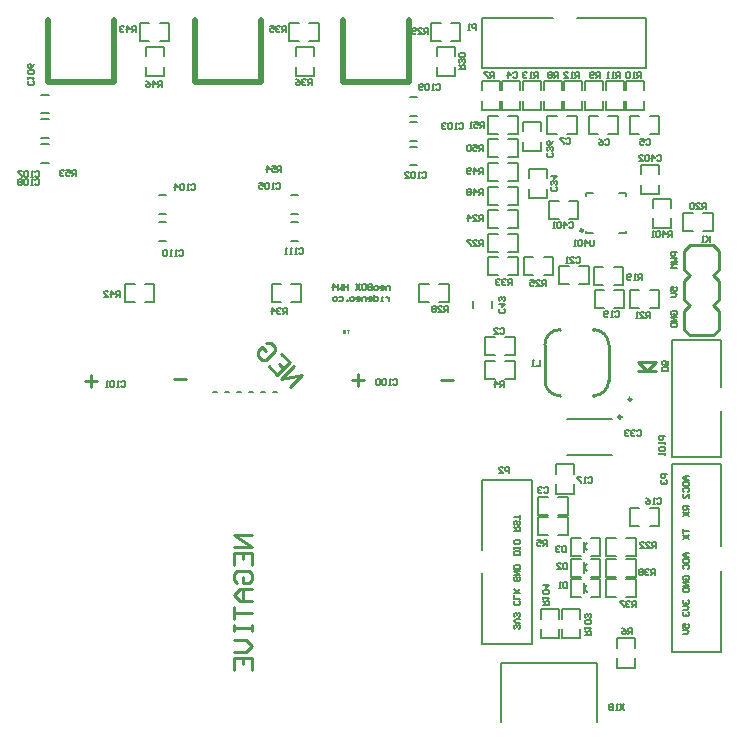
<source format=gbo>
G04 Layer_Color=32896*
%FSLAX25Y25*%
%MOIN*%
G70*
G01*
G75*
%ADD29C,0.01000*%
%ADD108C,0.00984*%
%ADD110C,0.00787*%
%ADD111C,0.00700*%
%ADD112C,0.00500*%
%ADD158C,0.01968*%
G36*
X-124803Y-105237D02*
X-125183D01*
Y-106299D01*
X-125442D01*
Y-105237D01*
X-125818D01*
Y-105020D01*
X-124803D01*
Y-105237D01*
D02*
G37*
G36*
X-125981Y-106299D02*
X-126221D01*
Y-105294D01*
X-126473Y-106299D01*
X-126720D01*
X-126975Y-105294D01*
X-126977Y-106299D01*
X-127216D01*
Y-105020D01*
X-126827D01*
X-126599Y-105894D01*
X-126367Y-105020D01*
X-125981D01*
Y-106299D01*
D02*
G37*
D29*
X-43583Y-126772D02*
G03*
X-38583Y-121772I0J5000D01*
G01*
Y-109724D02*
G03*
X-43583Y-104724I-5000J0D01*
G01*
X-59842Y-121772D02*
G03*
X-54843Y-126772I5000J0D01*
G01*
Y-104724D02*
G03*
X-59842Y-109724I0J-5000D01*
G01*
X-47151Y-71653D02*
G03*
X-47151Y-71653I-440J0D01*
G01*
X-43701Y-126772D02*
X-43583D01*
X-38583Y-121772D02*
Y-109724D01*
X-43701Y-104724D02*
X-43583D01*
X-54843Y-126772D02*
X-54724D01*
X-59842Y-121772D02*
Y-109724D01*
X-54843Y-104724D02*
X-54724D01*
X-11575Y-106693D02*
X-3701D01*
X-1890Y-104882D01*
Y-98504D01*
X-3701Y-96693D02*
X-1890Y-98504D01*
X-3701Y-96693D02*
X-1890Y-94882D01*
Y-88504D01*
X-3701Y-86693D02*
X-1890Y-88504D01*
X-3701Y-86693D02*
X-1890Y-84882D01*
Y-78504D01*
X-3701Y-76693D02*
X-1890Y-78504D01*
X-11575Y-76693D02*
X-3701D01*
X-13386Y-78504D02*
X-11575Y-76693D01*
X-13386Y-84882D02*
Y-78504D01*
Y-84882D02*
X-11575Y-86693D01*
X-13386Y-88504D02*
X-11575Y-86693D01*
X-13386Y-94882D02*
Y-88504D01*
Y-94882D02*
X-11575Y-96693D01*
X-13386Y-98504D02*
X-11575Y-96693D01*
X-13386Y-104882D02*
Y-98504D01*
Y-104882D02*
X-11575Y-106693D01*
X-25697Y-118618D02*
X-25697D01*
X-22744Y-115665D01*
X-28650D02*
X-22744D01*
X-28650D02*
X-25697Y-118618D01*
X-28650D02*
X-22744D01*
X-157480Y-173228D02*
X-163478D01*
X-157480Y-177227D01*
X-163478D01*
Y-183225D02*
Y-179226D01*
X-157480D01*
Y-183225D01*
X-160479Y-179226D02*
Y-181226D01*
X-162479Y-189223D02*
X-163478Y-188224D01*
Y-186224D01*
X-162479Y-185224D01*
X-158480D01*
X-157480Y-186224D01*
Y-188224D01*
X-158480Y-189223D01*
X-160479D01*
Y-187224D01*
X-157480Y-191223D02*
X-161479D01*
X-163478Y-193222D01*
X-161479Y-195221D01*
X-157480D01*
X-160479D01*
Y-191223D01*
X-163478Y-197221D02*
Y-201219D01*
Y-199220D01*
X-157480D01*
X-163478Y-203219D02*
Y-205218D01*
Y-204218D01*
X-157480D01*
Y-203219D01*
Y-205218D01*
X-163478Y-208217D02*
X-159480D01*
X-157480Y-210216D01*
X-159480Y-212216D01*
X-163478D01*
Y-218214D02*
Y-214215D01*
X-157480D01*
Y-218214D01*
X-160479Y-214215D02*
Y-216214D01*
X-212992Y-121897D02*
X-208993D01*
X-210993Y-123896D02*
Y-119897D01*
X-183465Y-121109D02*
X-179466D01*
X-94488Y-121503D02*
X-90490D01*
X-124016D02*
X-120017D01*
X-122016Y-123502D02*
Y-119504D01*
X-144882Y-124016D02*
X-140641Y-119774D01*
X-147709Y-121188D01*
X-143468Y-116947D01*
X-147709Y-112706D02*
X-144882Y-115533D01*
X-149123Y-119774D01*
X-151951Y-116947D01*
X-147002Y-117654D02*
X-148416Y-116240D01*
X-152657Y-109171D02*
X-151244D01*
X-149830Y-110585D01*
Y-111999D01*
X-152657Y-114826D01*
X-154071D01*
X-155485Y-113413D01*
Y-111999D01*
X-154071Y-110585D01*
X-152657Y-111999D01*
D108*
X-31004Y-127953D02*
G03*
X-31004Y-127953I-492J0D01*
G01*
X-34350Y-133858D02*
G03*
X-34350Y-133858I-492J0D01*
G01*
D110*
X-46063Y-72638D02*
Y-71850D01*
Y-60039D02*
Y-59252D01*
X-32677Y-72638D02*
Y-71850D01*
Y-60039D02*
Y-59252D01*
X-46063Y-72638D02*
X-43681D01*
X-35059D02*
X-32677D01*
X-46063Y-59252D02*
X-43681D01*
X-35059D02*
X-32677D01*
X-227658Y-26378D02*
X-225295D01*
X-227658Y-32677D02*
X-225295D01*
X-227658Y-34646D02*
X-225295D01*
X-227658Y-40945D02*
X-225295D01*
X-52362Y-146457D02*
X-37402D01*
X-52362Y-134646D02*
X-37402D01*
X-77559Y-97638D02*
Y-95276D01*
X-83858Y-97638D02*
Y-95276D01*
X-104724Y-50000D02*
X-102362D01*
X-104724Y-43701D02*
X-102362D01*
X-104724Y-41732D02*
X-102362D01*
X-104724Y-35433D02*
X-102362D01*
X-188583Y-59842D02*
X-186221D01*
X-188583Y-66142D02*
X-186221D01*
X-144488Y-66142D02*
X-142126D01*
X-144488Y-59842D02*
X-142126D01*
X-104724Y-33465D02*
X-102362D01*
X-104724Y-27165D02*
X-102362D01*
X-227658Y-42913D02*
X-225295D01*
X-227658Y-49213D02*
X-225295D01*
X-144443Y-75197D02*
X-142081D01*
X-144443Y-68898D02*
X-142081D01*
X-188583Y-68898D02*
X-186221D01*
X-188583Y-75197D02*
X-186221D01*
D111*
X-27803Y-59624D02*
X-21803D01*
X-27803Y-49824D02*
X-21803D01*
X-27803Y-52984D02*
Y-49824D01*
X-21803Y-52984D02*
Y-49824D01*
Y-59624D02*
Y-56434D01*
X-27803Y-59624D02*
Y-56434D01*
X-97813Y-2512D02*
X-94623D01*
X-97813Y-8512D02*
X-94623D01*
X-91173D02*
X-88013D01*
X-91173Y-2512D02*
X-88013D01*
Y-8512D02*
Y-2512D01*
X-97813Y-8512D02*
Y-2512D01*
X-51160Y-187056D02*
Y-181056D01*
X-41360Y-187056D02*
Y-181056D01*
X-44520D02*
X-41360D01*
X-44520Y-187056D02*
X-41360D01*
X-51160D02*
X-47970D01*
X-51160Y-181056D02*
X-47970D01*
X-46860Y-184056D02*
X-45660Y-182856D01*
X-46860Y-184056D02*
X-45660Y-185256D01*
X-46860Y-185756D02*
Y-182356D01*
Y-192646D02*
Y-189246D01*
Y-190946D02*
X-45660Y-192146D01*
X-46860Y-190946D02*
X-45660Y-189746D01*
X-51160Y-193946D02*
Y-187946D01*
X-41360Y-193946D02*
Y-187946D01*
X-44520D02*
X-41360D01*
X-44520Y-193946D02*
X-41360D01*
X-51160D02*
X-47970D01*
X-51160Y-187946D02*
X-47970D01*
X-51160Y-180166D02*
Y-174166D01*
X-41360Y-180166D02*
Y-174166D01*
X-44520D02*
X-41360D01*
X-44520Y-180166D02*
X-41360D01*
X-51160D02*
X-47970D01*
X-51160Y-174166D02*
X-47970D01*
X-46860Y-177166D02*
X-45660Y-175966D01*
X-46860Y-177166D02*
X-45660Y-178366D01*
X-46860Y-178866D02*
Y-175466D01*
X-984Y-176772D02*
Y-149606D01*
X-17520D02*
X-984D01*
X-17520Y-212205D02*
Y-149606D01*
Y-212205D02*
X-984D01*
Y-185039D01*
X-49212Y-984D02*
X-25984D01*
Y-17519D02*
Y-984D01*
X-80708Y-17519D02*
X-25984D01*
X-80708D02*
Y-984D01*
X-57086D01*
X-985Y-124016D02*
Y-108268D01*
X-17520D02*
X-985D01*
X-17520Y-147244D02*
Y-108268D01*
Y-147244D02*
X-985D01*
Y-131890D01*
X-29549Y-187056D02*
Y-181056D01*
X-39349Y-187056D02*
Y-181056D01*
Y-187056D02*
X-36189D01*
X-39349Y-181056D02*
X-36189D01*
X-32739D02*
X-29549D01*
X-32739Y-187056D02*
X-29549D01*
Y-193946D02*
Y-187946D01*
X-39349Y-193946D02*
Y-187946D01*
Y-193946D02*
X-36189D01*
X-39349Y-187946D02*
X-36189D01*
X-32739D02*
X-29549D01*
X-32739Y-193946D02*
X-29549D01*
X-29549Y-180166D02*
Y-174166D01*
X-39349Y-180166D02*
Y-174166D01*
Y-180166D02*
X-36189D01*
X-39349Y-174166D02*
X-36189D01*
X-32739D02*
X-29549D01*
X-32739Y-180166D02*
X-29549D01*
X-61987Y-173276D02*
Y-167276D01*
X-52187Y-173276D02*
Y-167276D01*
X-55347D02*
X-52187D01*
X-55347Y-173276D02*
X-52187D01*
X-61987D02*
X-58797D01*
X-61987Y-167276D02*
X-58797D01*
X-61987Y-166386D02*
Y-160386D01*
X-52187Y-166386D02*
Y-160386D01*
X-55347D02*
X-52187D01*
X-55347Y-166386D02*
X-52187D01*
X-61987D02*
X-58797D01*
X-61987Y-160386D02*
X-58797Y-160386D01*
X-23669Y-70845D02*
X-17669D01*
X-23669Y-61045D02*
X-17669D01*
X-23669Y-64205D02*
Y-61045D01*
X-17669Y-64205D02*
Y-61045D01*
Y-70845D02*
Y-67655D01*
X-23669Y-70845D02*
Y-67655D01*
X-61268Y-197856D02*
X-55268D01*
X-61268Y-207656D02*
X-55268D01*
Y-204496D01*
X-61268Y-207656D02*
Y-204496D01*
Y-201046D02*
Y-197856D01*
X-55268Y-201046D02*
Y-197856D01*
X-54181D02*
X-48181D01*
X-54181Y-207656D02*
X-48181D01*
Y-204496D01*
X-54181Y-207656D02*
Y-204496D01*
Y-201046D02*
Y-197856D01*
X-48181Y-201046D02*
Y-197856D01*
X-78719Y-39417D02*
Y-33417D01*
X-68919Y-39417D02*
Y-33417D01*
X-72079D02*
X-68919D01*
X-72079Y-39417D02*
X-68919D01*
X-78719D02*
X-75529D01*
X-78719Y-33417D02*
X-75529D01*
X-78719Y-47291D02*
Y-41291D01*
X-68919Y-47291D02*
Y-41291D01*
X-72079D02*
X-68919D01*
X-72079Y-47291D02*
X-68919D01*
X-78719D02*
X-75529D01*
X-78719Y-41291D02*
X-75529D01*
X-78719Y-55165D02*
Y-49165D01*
X-68919Y-55165D02*
Y-49165D01*
X-72079D02*
X-68919D01*
X-72079Y-55165D02*
X-68919D01*
X-78719D02*
X-75529D01*
X-78719Y-49165D02*
X-75529D01*
X-78719Y-63039D02*
Y-57039D01*
X-68919Y-63039D02*
Y-57039D01*
X-72079D02*
X-68919D01*
X-72079Y-63039D02*
X-68919D01*
X-78719D02*
X-75529D01*
X-78719Y-57039D02*
X-75529D01*
X-192961Y-20254D02*
X-186961D01*
X-192961Y-10454D02*
X-186961D01*
X-192961Y-13614D02*
Y-10454D01*
X-186961Y-13614D02*
Y-10454D01*
Y-20254D02*
Y-17064D01*
X-192961Y-20254D02*
Y-17064D01*
X-194861Y-8512D02*
Y-2512D01*
X-185061Y-8512D02*
Y-2512D01*
X-188221D02*
X-185061D01*
X-188221Y-8512D02*
X-185061D01*
X-194861D02*
X-191671D01*
X-194861Y-2512D02*
X-191671D01*
X-199782Y-95520D02*
Y-89520D01*
X-189982Y-95520D02*
Y-89520D01*
X-193142D02*
X-189982D01*
X-193142Y-95520D02*
X-189982D01*
X-199782D02*
X-196592D01*
X-199782Y-89520D02*
X-196592D01*
X-142764Y-20254D02*
X-136764D01*
X-142764Y-10454D02*
X-136764D01*
X-142764Y-13614D02*
Y-10454D01*
X-136764Y-13614D02*
Y-10454D01*
Y-20254D02*
Y-17064D01*
X-142764Y-20254D02*
Y-17064D01*
X-145057Y-8512D02*
Y-2512D01*
X-135257Y-8512D02*
Y-2512D01*
X-138417D02*
X-135257D01*
X-138417Y-8512D02*
X-135257D01*
X-145057D02*
X-141867D01*
X-145057Y-2512D02*
X-141867D01*
X-150963Y-95520D02*
Y-89520D01*
X-141163Y-95520D02*
Y-89520D01*
X-144323D02*
X-141163D01*
X-144323Y-95520D02*
X-141163D01*
X-150963D02*
X-147773D01*
X-150963Y-89520D02*
X-147773D01*
X-68919Y-86661D02*
Y-80661D01*
X-78719Y-86661D02*
Y-80661D01*
Y-86661D02*
X-75559D01*
X-78719Y-80661D02*
X-75559D01*
X-72109D02*
X-68919D01*
X-72109Y-86661D02*
X-68919D01*
X-95913Y-20254D02*
X-89913D01*
X-95913Y-10454D02*
X-89913D01*
X-95913Y-13614D02*
Y-10454D01*
X-89913Y-13614D02*
Y-10454D01*
Y-20254D02*
Y-17064D01*
X-95913Y-20254D02*
Y-17064D01*
X-101750Y-95520D02*
Y-89520D01*
X-91950Y-95520D02*
Y-89520D01*
X-95110D02*
X-91950D01*
X-95110Y-95520D02*
X-91950D01*
X-101750D02*
X-98560D01*
X-101750Y-89520D02*
X-98560D01*
X-68919Y-78787D02*
Y-72787D01*
X-78719Y-78787D02*
Y-72787D01*
Y-78787D02*
X-75559D01*
X-78719Y-72787D02*
X-75559D01*
X-72109D02*
X-68919D01*
X-72109Y-78787D02*
X-68919D01*
X-66908Y-86661D02*
Y-80661D01*
X-57108Y-86661D02*
Y-80661D01*
X-60268D02*
X-57108D01*
X-60268Y-86661D02*
X-57108D01*
X-66908D02*
X-63718D01*
X-66908Y-80661D02*
X-63718D01*
X-68919Y-70913D02*
Y-64913D01*
X-78719Y-70913D02*
Y-64913D01*
Y-70913D02*
X-75559D01*
X-78719Y-64913D02*
X-75559D01*
X-72109D02*
X-68919D01*
X-72109Y-70913D02*
X-68919D01*
X-21675Y-97488D02*
Y-91488D01*
X-31475Y-97488D02*
Y-91488D01*
Y-97488D02*
X-28315D01*
X-31475Y-91488D02*
X-28315D01*
X-24865D02*
X-21675D01*
X-24865Y-97488D02*
X-21675D01*
X-13758Y-71898D02*
Y-65898D01*
X-3958Y-71898D02*
Y-65898D01*
X-7118D02*
X-3958D01*
X-7118Y-71898D02*
X-3958D01*
X-13758D02*
X-10568D01*
X-13758Y-65898D02*
X-10568D01*
X-33683Y-90008D02*
Y-84008D01*
X-43483Y-90008D02*
Y-84008D01*
Y-90008D02*
X-40323D01*
X-43483Y-84008D02*
X-40323D01*
X-36873D02*
X-33683D01*
X-36873Y-90008D02*
X-33683D01*
X-67173Y-31616D02*
X-61173D01*
X-67173Y-21816D02*
X-61173D01*
X-67173Y-24976D02*
Y-21816D01*
X-61173Y-24976D02*
Y-21816D01*
Y-31616D02*
Y-28426D01*
X-67173Y-31616D02*
Y-28426D01*
X-53394Y-31616D02*
X-47394D01*
X-53394Y-21816D02*
X-47394D01*
X-53394Y-24976D02*
Y-21816D01*
X-47394Y-24976D02*
Y-21816D01*
Y-31616D02*
Y-28426D01*
X-53394Y-31616D02*
Y-28426D01*
X-39614Y-31616D02*
X-33614D01*
X-39614Y-21816D02*
X-33614D01*
X-39614Y-24976D02*
Y-21816D01*
X-33614Y-24976D02*
Y-21816D01*
Y-31616D02*
Y-28426D01*
X-39614Y-31616D02*
Y-28426D01*
X-32724Y-21816D02*
X-26724D01*
X-32724Y-31616D02*
X-26724D01*
Y-28456D01*
X-32724Y-31616D02*
Y-28456D01*
Y-25006D02*
Y-21816D01*
X-26724Y-25006D02*
Y-21816D01*
X-46504D02*
X-40504D01*
X-46504Y-31616D02*
X-40504D01*
Y-28456D01*
X-46504Y-31616D02*
Y-28456D01*
Y-25006D02*
Y-21816D01*
X-40504Y-25006D02*
Y-21816D01*
X-60283D02*
X-54283D01*
X-60283Y-31616D02*
X-54283D01*
Y-28456D01*
X-60283Y-31616D02*
Y-28456D01*
Y-25006D02*
Y-21816D01*
X-54283Y-25006D02*
Y-21816D01*
X-80953Y-31616D02*
X-74953D01*
X-80953Y-21816D02*
X-74953D01*
X-80953Y-24976D02*
Y-21816D01*
X-74953Y-24976D02*
Y-21816D01*
Y-31616D02*
Y-28426D01*
X-80953Y-31616D02*
Y-28426D01*
X-69902Y-121111D02*
Y-115111D01*
X-79703Y-121111D02*
Y-115111D01*
Y-121111D02*
X-76543D01*
X-79703Y-115111D02*
X-76543D01*
X-73093D02*
X-69902D01*
X-73093Y-121111D02*
X-69902D01*
X-80709Y-178150D02*
Y-154921D01*
X-64173D01*
Y-209646D02*
Y-154921D01*
X-80709Y-209646D02*
X-64173D01*
X-80709D02*
Y-186024D01*
X-66976Y-45254D02*
X-60976D01*
X-66976Y-35454D02*
X-60976D01*
X-66976Y-38614D02*
Y-35454D01*
X-60976Y-38614D02*
Y-35454D01*
Y-45254D02*
Y-42064D01*
X-66976Y-45254D02*
Y-42064D01*
X-65008Y-61002D02*
X-59008D01*
X-65008Y-51202D02*
X-59008D01*
X-65008Y-54362D02*
Y-51202D01*
X-59008Y-54362D02*
Y-51202D01*
Y-61002D02*
Y-57812D01*
X-65008Y-61002D02*
Y-57812D01*
X-45297Y-89614D02*
Y-83614D01*
X-55097Y-89614D02*
Y-83614D01*
Y-89614D02*
X-51937D01*
X-55097Y-83614D02*
X-51937D01*
X-48487D02*
X-45297D01*
X-48487Y-89614D02*
X-45297D01*
X-33486Y-97488D02*
Y-91488D01*
X-43286Y-97488D02*
Y-91488D01*
Y-97488D02*
X-40126D01*
X-43286Y-91488D02*
X-40126D01*
X-36676D02*
X-33486D01*
X-36676Y-97488D02*
X-33486D01*
X-56150Y-159428D02*
X-50150D01*
X-56150Y-149628D02*
X-50150D01*
X-56150Y-152788D02*
Y-149628D01*
X-50150Y-152788D02*
Y-149628D01*
Y-159428D02*
Y-156238D01*
X-56150Y-159428D02*
Y-156238D01*
X-21675Y-170323D02*
Y-164323D01*
X-31475Y-170323D02*
Y-164323D01*
Y-170323D02*
X-28315D01*
X-31475Y-164323D02*
X-28315D01*
X-24865D02*
X-21675D01*
X-24865Y-170323D02*
X-21675D01*
X-49234Y-39670D02*
Y-33670D01*
X-59034Y-39670D02*
Y-33670D01*
Y-39670D02*
X-55874D01*
X-59034Y-33670D02*
X-55874D01*
X-52424D02*
X-49234D01*
X-52424Y-39670D02*
X-49234D01*
X-35454D02*
Y-33670D01*
X-45254Y-39670D02*
Y-33670D01*
Y-39670D02*
X-42094D01*
X-45254Y-33670D02*
X-42094D01*
X-38644D02*
X-35454D01*
X-38644Y-39670D02*
X-35454D01*
X-21675D02*
Y-33670D01*
X-31475Y-39670D02*
Y-33670D01*
Y-39670D02*
X-28315D01*
X-31475Y-33670D02*
X-28315D01*
X-24865D02*
X-21675D01*
X-24865Y-39670D02*
X-21675D01*
X-74063Y-21816D02*
X-68063D01*
X-74063Y-31616D02*
X-68063D01*
Y-28456D01*
X-74063Y-31616D02*
Y-28456D01*
Y-25006D02*
Y-21816D01*
X-68063Y-25006D02*
Y-21816D01*
X-79703Y-113237D02*
Y-107237D01*
X-69902Y-113237D02*
Y-107237D01*
X-73062D02*
X-69902D01*
X-73062Y-113237D02*
X-69902D01*
X-79703D02*
X-76512D01*
X-79703Y-107237D02*
X-76512D01*
X-51833Y-67961D02*
X-48643D01*
X-51833Y-61961D02*
X-48643D01*
X-58443D02*
X-55283D01*
X-58443Y-67961D02*
X-55283D01*
X-58443D02*
Y-61961D01*
X-48643Y-67961D02*
Y-61961D01*
X-29677Y-210888D02*
Y-207698D01*
X-35677Y-210888D02*
Y-207698D01*
Y-217498D02*
Y-214338D01*
X-29677Y-217498D02*
Y-214338D01*
X-35677Y-217498D02*
X-29677D01*
X-35677Y-207698D02*
X-29677D01*
X-42323Y-235630D02*
Y-215748D01*
X-59331D02*
X-42323D01*
X-74606D02*
X-59331D01*
X-74606Y-235630D02*
Y-215748D01*
D112*
X-111524Y-91570D02*
Y-90237D01*
X-112523D01*
X-112856Y-90570D01*
Y-91570D01*
X-114523D02*
X-113856D01*
X-113523Y-91237D01*
Y-90570D01*
X-113856Y-90237D01*
X-114523D01*
X-114856Y-90570D01*
Y-90904D01*
X-113523D01*
X-115856Y-91570D02*
X-116522D01*
X-116855Y-91237D01*
Y-90570D01*
X-116522Y-90237D01*
X-115856D01*
X-115522Y-90570D01*
Y-91237D01*
X-115856Y-91570D01*
X-117522Y-89571D02*
Y-91570D01*
X-118521D01*
X-118855Y-91237D01*
Y-90904D01*
X-118521Y-90570D01*
X-117522D01*
X-118521D01*
X-118855Y-90237D01*
Y-89904D01*
X-118521Y-89571D01*
X-117522D01*
X-120521D02*
X-119854D01*
X-119521Y-89904D01*
Y-91237D01*
X-119854Y-91570D01*
X-120521D01*
X-120854Y-91237D01*
Y-89904D01*
X-120521Y-89571D01*
X-121520D02*
X-122853Y-91570D01*
Y-89571D02*
X-121520Y-91570D01*
X-125519Y-89571D02*
Y-91570D01*
Y-90570D01*
X-126852D01*
Y-89571D01*
Y-91570D01*
X-127518Y-89571D02*
Y-91570D01*
X-128185Y-90904D01*
X-128851Y-91570D01*
Y-89571D01*
X-130517Y-91570D02*
Y-89571D01*
X-129518Y-90570D01*
X-130851D01*
X-111857Y-93836D02*
Y-95169D01*
Y-94503D01*
X-112190Y-94170D01*
X-112523Y-93836D01*
X-112856D01*
X-113856Y-95169D02*
X-114523D01*
X-114189D01*
Y-93836D01*
X-113856D01*
X-116855Y-93170D02*
Y-95169D01*
X-115856D01*
X-115522Y-94836D01*
Y-94170D01*
X-115856Y-93836D01*
X-116855D01*
X-118521Y-95169D02*
X-117855D01*
X-117522Y-94836D01*
Y-94170D01*
X-117855Y-93836D01*
X-118521D01*
X-118855Y-94170D01*
Y-94503D01*
X-117522D01*
X-119521Y-95169D02*
Y-93836D01*
X-120521D01*
X-120854Y-94170D01*
Y-95169D01*
X-122520D02*
X-121854D01*
X-121520Y-94836D01*
Y-94170D01*
X-121854Y-93836D01*
X-122520D01*
X-122853Y-94170D01*
Y-94503D01*
X-121520D01*
X-123853Y-95169D02*
X-124519D01*
X-124853Y-94836D01*
Y-94170D01*
X-124519Y-93836D01*
X-123853D01*
X-123520Y-94170D01*
Y-94836D01*
X-123853Y-95169D01*
X-125519D02*
Y-94836D01*
X-125852D01*
Y-95169D01*
X-125519D01*
X-128518Y-93836D02*
X-127518D01*
X-127185Y-94170D01*
Y-94836D01*
X-127518Y-95169D01*
X-128518D01*
X-129518D02*
X-130184D01*
X-130517Y-94836D01*
Y-94170D01*
X-130184Y-93836D01*
X-129518D01*
X-129184Y-94170D01*
Y-94836D01*
X-129518Y-95169D01*
X-22593Y-46759D02*
X-22260Y-46426D01*
X-21593D01*
X-21260Y-46759D01*
Y-48092D01*
X-21593Y-48425D01*
X-22260D01*
X-22593Y-48092D01*
X-24259Y-48425D02*
Y-46426D01*
X-23259Y-47425D01*
X-24592D01*
X-25258Y-46759D02*
X-25592Y-46426D01*
X-26258D01*
X-26591Y-46759D01*
Y-48092D01*
X-26258Y-48425D01*
X-25592D01*
X-25258Y-48092D01*
Y-46759D01*
X-28591Y-48425D02*
X-27258D01*
X-28591Y-47092D01*
Y-46759D01*
X-28258Y-46426D01*
X-27591D01*
X-27258Y-46759D01*
X-216142Y-53543D02*
Y-51544D01*
X-217141D01*
X-217475Y-51877D01*
Y-52544D01*
X-217141Y-52877D01*
X-216142D01*
X-216808D02*
X-217475Y-53543D01*
X-219474Y-51544D02*
X-218141D01*
Y-52544D01*
X-218808Y-52210D01*
X-219141D01*
X-219474Y-52544D01*
Y-53210D01*
X-219141Y-53543D01*
X-218474D01*
X-218141Y-53210D01*
X-220140Y-51877D02*
X-220474Y-51544D01*
X-221140D01*
X-221473Y-51877D01*
Y-52210D01*
X-221140Y-52544D01*
X-220807D01*
X-221140D01*
X-221473Y-52877D01*
Y-53210D01*
X-221140Y-53543D01*
X-220474D01*
X-220140Y-53210D01*
X-230617Y-21895D02*
X-230284Y-22229D01*
Y-22895D01*
X-230617Y-23228D01*
X-231950D01*
X-232283Y-22895D01*
Y-22229D01*
X-231950Y-21895D01*
X-232283Y-21229D02*
Y-20562D01*
Y-20896D01*
X-230284D01*
X-230617Y-21229D01*
Y-19563D02*
X-230284Y-19230D01*
Y-18563D01*
X-230617Y-18230D01*
X-231950D01*
X-232283Y-18563D01*
Y-19230D01*
X-231950Y-19563D01*
X-230617D01*
X-230284Y-16231D02*
X-230617Y-16897D01*
X-231284Y-17563D01*
X-231950D01*
X-232283Y-17230D01*
Y-16564D01*
X-231950Y-16231D01*
X-231617D01*
X-231284Y-16564D01*
Y-17563D01*
X-149364Y-56208D02*
X-149031Y-55875D01*
X-148365D01*
X-148031Y-56208D01*
Y-57541D01*
X-148365Y-57874D01*
X-149031D01*
X-149364Y-57541D01*
X-150031Y-57874D02*
X-150697D01*
X-150364D01*
Y-55875D01*
X-150031Y-56208D01*
X-151697D02*
X-152030Y-55875D01*
X-152697D01*
X-153030Y-56208D01*
Y-57541D01*
X-152697Y-57874D01*
X-152030D01*
X-151697Y-57541D01*
Y-56208D01*
X-155029Y-55875D02*
X-153696D01*
Y-56874D01*
X-154363Y-56541D01*
X-154696D01*
X-155029Y-56874D01*
Y-57541D01*
X-154696Y-57874D01*
X-154030D01*
X-153696Y-57541D01*
X-177711Y-56602D02*
X-177378Y-56268D01*
X-176711D01*
X-176378Y-56602D01*
Y-57934D01*
X-176711Y-58268D01*
X-177378D01*
X-177711Y-57934D01*
X-178377Y-58268D02*
X-179044D01*
X-178710D01*
Y-56268D01*
X-178377Y-56602D01*
X-180043D02*
X-180377Y-56268D01*
X-181043D01*
X-181376Y-56602D01*
Y-57934D01*
X-181043Y-58268D01*
X-180377D01*
X-180043Y-57934D01*
Y-56602D01*
X-183043Y-58268D02*
Y-56268D01*
X-182043Y-57268D01*
X-183376D01*
X-88341Y-36129D02*
X-88008Y-35796D01*
X-87341D01*
X-87008Y-36129D01*
Y-37462D01*
X-87341Y-37795D01*
X-88008D01*
X-88341Y-37462D01*
X-89007Y-37795D02*
X-89674D01*
X-89340D01*
Y-35796D01*
X-89007Y-36129D01*
X-90673D02*
X-91007Y-35796D01*
X-91673D01*
X-92006Y-36129D01*
Y-37462D01*
X-91673Y-37795D01*
X-91007D01*
X-90673Y-37462D01*
Y-36129D01*
X-92673D02*
X-93006Y-35796D01*
X-93672D01*
X-94006Y-36129D01*
Y-36462D01*
X-93672Y-36796D01*
X-93339D01*
X-93672D01*
X-94006Y-37129D01*
Y-37462D01*
X-93672Y-37795D01*
X-93006D01*
X-92673Y-37462D01*
X-100939Y-52665D02*
X-100606Y-52331D01*
X-99940D01*
X-99606Y-52665D01*
Y-53997D01*
X-99940Y-54331D01*
X-100606D01*
X-100939Y-53997D01*
X-101606Y-54331D02*
X-102272D01*
X-101939D01*
Y-52331D01*
X-101606Y-52665D01*
X-103272D02*
X-103605Y-52331D01*
X-104271D01*
X-104605Y-52665D01*
Y-53997D01*
X-104271Y-54331D01*
X-103605D01*
X-103272Y-53997D01*
Y-52665D01*
X-106604Y-54331D02*
X-105271D01*
X-106604Y-52998D01*
Y-52665D01*
X-106271Y-52331D01*
X-105604D01*
X-105271Y-52665D01*
X-98819Y-6299D02*
Y-4300D01*
X-99819D01*
X-100152Y-4633D01*
Y-5300D01*
X-99819Y-5633D01*
X-98819D01*
X-99485D02*
X-100152Y-6299D01*
X-102151D02*
X-100818D01*
X-102151Y-4966D01*
Y-4633D01*
X-101818Y-4300D01*
X-101152D01*
X-100818Y-4633D01*
X-102818Y-5966D02*
X-103151Y-6299D01*
X-103817D01*
X-104150Y-5966D01*
Y-4633D01*
X-103817Y-4300D01*
X-103151D01*
X-102818Y-4633D01*
Y-4966D01*
X-103151Y-5300D01*
X-104150D01*
X-201018Y-122350D02*
X-200685Y-122016D01*
X-200019D01*
X-199685Y-122350D01*
Y-123683D01*
X-200019Y-124016D01*
X-200685D01*
X-201018Y-123683D01*
X-201685Y-124016D02*
X-202351D01*
X-202018D01*
Y-122016D01*
X-201685Y-122350D01*
X-203351D02*
X-203684Y-122016D01*
X-204351D01*
X-204684Y-122350D01*
Y-123683D01*
X-204351Y-124016D01*
X-203684D01*
X-203351Y-123683D01*
Y-122350D01*
X-205350Y-124016D02*
X-206017D01*
X-205683D01*
Y-122016D01*
X-205350Y-122350D01*
X-110388Y-121562D02*
X-110055Y-121229D01*
X-109388D01*
X-109055Y-121562D01*
Y-122895D01*
X-109388Y-123228D01*
X-110055D01*
X-110388Y-122895D01*
X-111055Y-123228D02*
X-111721D01*
X-111388D01*
Y-121229D01*
X-111055Y-121562D01*
X-112721D02*
X-113054Y-121229D01*
X-113720D01*
X-114053Y-121562D01*
Y-122895D01*
X-113720Y-123228D01*
X-113054D01*
X-112721Y-122895D01*
Y-121562D01*
X-114720D02*
X-115053Y-121229D01*
X-115720D01*
X-116053Y-121562D01*
Y-122895D01*
X-115720Y-123228D01*
X-115053D01*
X-114720Y-122895D01*
Y-121562D01*
X-30709Y-206299D02*
Y-204300D01*
X-31708D01*
X-32042Y-204633D01*
Y-205299D01*
X-31708Y-205633D01*
X-30709D01*
X-31375D02*
X-32042Y-206299D01*
X-34041Y-204300D02*
X-33375Y-204633D01*
X-32708Y-205299D01*
Y-205966D01*
X-33041Y-206299D01*
X-33708D01*
X-34041Y-205966D01*
Y-205633D01*
X-33708Y-205299D01*
X-32708D01*
X-51727Y-69200D02*
X-51393Y-68867D01*
X-50727D01*
X-50394Y-69200D01*
Y-70533D01*
X-50727Y-70866D01*
X-51393D01*
X-51727Y-70533D01*
X-53393Y-70866D02*
Y-68867D01*
X-52393Y-69867D01*
X-53726D01*
X-54392Y-69200D02*
X-54726Y-68867D01*
X-55392D01*
X-55725Y-69200D01*
Y-70533D01*
X-55392Y-70866D01*
X-54726D01*
X-54392Y-70533D01*
Y-69200D01*
X-56392Y-70866D02*
X-57058D01*
X-56725D01*
Y-68867D01*
X-56392Y-69200D01*
X-74955Y-104633D02*
X-74622Y-104300D01*
X-73955D01*
X-73622Y-104633D01*
Y-105966D01*
X-73955Y-106299D01*
X-74622D01*
X-74955Y-105966D01*
X-76954Y-106299D02*
X-75621D01*
X-76954Y-104966D01*
Y-104633D01*
X-76621Y-104300D01*
X-75955D01*
X-75621Y-104633D01*
X-70427Y-19144D02*
X-70094Y-18811D01*
X-69428D01*
X-69095Y-19144D01*
Y-20477D01*
X-69428Y-20810D01*
X-70094D01*
X-70427Y-20477D01*
X-72093Y-20810D02*
Y-18811D01*
X-71094Y-19811D01*
X-72427D01*
X-26136Y-41641D02*
X-25803Y-41308D01*
X-25136D01*
X-24803Y-41641D01*
Y-42974D01*
X-25136Y-43307D01*
X-25803D01*
X-26136Y-42974D01*
X-28135Y-41308D02*
X-26803D01*
Y-42307D01*
X-27469Y-41974D01*
X-27802D01*
X-28135Y-42307D01*
Y-42974D01*
X-27802Y-43307D01*
X-27136D01*
X-26803Y-42974D01*
X-39916Y-41641D02*
X-39582Y-41308D01*
X-38916D01*
X-38583Y-41641D01*
Y-42974D01*
X-38916Y-43307D01*
X-39582D01*
X-39916Y-42974D01*
X-41915Y-41308D02*
X-41249Y-41641D01*
X-40582Y-42307D01*
Y-42974D01*
X-40915Y-43307D01*
X-41582D01*
X-41915Y-42974D01*
Y-42641D01*
X-41582Y-42307D01*
X-40582D01*
X-52908Y-41247D02*
X-52574Y-40914D01*
X-51908D01*
X-51575Y-41247D01*
Y-42580D01*
X-51908Y-42913D01*
X-52574D01*
X-52908Y-42580D01*
X-53574Y-40914D02*
X-54907D01*
Y-41247D01*
X-53574Y-42580D01*
Y-42913D01*
X-22593Y-161326D02*
X-22260Y-160993D01*
X-21593D01*
X-21260Y-161326D01*
Y-162659D01*
X-21593Y-162992D01*
X-22260D01*
X-22593Y-162659D01*
X-23259Y-162992D02*
X-23926D01*
X-23592D01*
Y-160993D01*
X-23259Y-161326D01*
X-26258Y-160993D02*
X-25592Y-161326D01*
X-24925Y-161993D01*
Y-162659D01*
X-25258Y-162992D01*
X-25925D01*
X-26258Y-162659D01*
Y-162326D01*
X-25925Y-161993D01*
X-24925D01*
X-45427Y-154239D02*
X-45094Y-153906D01*
X-44428D01*
X-44094Y-154239D01*
Y-155572D01*
X-44428Y-155905D01*
X-45094D01*
X-45427Y-155572D01*
X-46094Y-155905D02*
X-46760D01*
X-46427D01*
Y-153906D01*
X-46094Y-154239D01*
X-47760Y-153906D02*
X-49093D01*
Y-154239D01*
X-47760Y-155572D01*
Y-155905D01*
X-36372Y-98728D02*
X-36039Y-98394D01*
X-35373D01*
X-35039Y-98728D01*
Y-100060D01*
X-35373Y-100394D01*
X-36039D01*
X-36372Y-100060D01*
X-37039Y-100394D02*
X-37705D01*
X-37372D01*
Y-98394D01*
X-37039Y-98728D01*
X-38705Y-100060D02*
X-39038Y-100394D01*
X-39704D01*
X-40038Y-100060D01*
Y-98728D01*
X-39704Y-98394D01*
X-39038D01*
X-38705Y-98728D01*
Y-99061D01*
X-39038Y-99394D01*
X-40038D01*
X-49364Y-81011D02*
X-49031Y-80678D01*
X-48365D01*
X-48031Y-81011D01*
Y-82344D01*
X-48365Y-82677D01*
X-49031D01*
X-49364Y-82344D01*
X-51364Y-82677D02*
X-50031D01*
X-51364Y-81344D01*
Y-81011D01*
X-51030Y-80678D01*
X-50364D01*
X-50031Y-81011D01*
X-52030Y-82677D02*
X-52697D01*
X-52363D01*
Y-80678D01*
X-52030Y-81011D01*
X-56208Y-57328D02*
X-55875Y-57662D01*
Y-58328D01*
X-56208Y-58661D01*
X-57541D01*
X-57874Y-58328D01*
Y-57662D01*
X-57541Y-57328D01*
X-56208Y-56662D02*
X-55875Y-56329D01*
Y-55662D01*
X-56208Y-55329D01*
X-56541D01*
X-56874Y-55662D01*
Y-55996D01*
Y-55662D01*
X-57208Y-55329D01*
X-57541D01*
X-57874Y-55662D01*
Y-56329D01*
X-57541Y-56662D01*
X-57874Y-53663D02*
X-55875D01*
X-56874Y-54663D01*
Y-53330D01*
X-57389Y-45911D02*
X-57056Y-46244D01*
Y-46911D01*
X-57389Y-47244D01*
X-58722D01*
X-59055Y-46911D01*
Y-46244D01*
X-58722Y-45911D01*
X-57389Y-45245D02*
X-57056Y-44912D01*
Y-44245D01*
X-57389Y-43912D01*
X-57722D01*
X-58055Y-44245D01*
Y-44578D01*
Y-44245D01*
X-58389Y-43912D01*
X-58722D01*
X-59055Y-44245D01*
Y-44912D01*
X-58722Y-45245D01*
X-57056Y-41912D02*
X-57389Y-42579D01*
X-58055Y-43245D01*
X-58722D01*
X-59055Y-42912D01*
Y-42246D01*
X-58722Y-41912D01*
X-58389D01*
X-58055Y-42246D01*
Y-43245D01*
X-73531Y-97880D02*
X-73198Y-98213D01*
Y-98879D01*
X-73531Y-99213D01*
X-74864D01*
X-75197Y-98879D01*
Y-98213D01*
X-74864Y-97880D01*
X-75197Y-96214D02*
X-73198D01*
X-74197Y-97213D01*
Y-95880D01*
X-73531Y-95214D02*
X-73198Y-94881D01*
Y-94214D01*
X-73531Y-93881D01*
X-73864D01*
X-74197Y-94214D01*
Y-94547D01*
Y-94214D01*
X-74530Y-93881D01*
X-74864D01*
X-75197Y-94214D01*
Y-94881D01*
X-74864Y-95214D01*
X-18867Y-118504D02*
X-20866D01*
Y-117504D01*
X-20533Y-117171D01*
X-19200D01*
X-18867Y-117504D01*
Y-118504D01*
Y-115172D02*
Y-116505D01*
X-19866D01*
X-19533Y-115838D01*
Y-115505D01*
X-19866Y-115172D01*
X-20533D01*
X-20866Y-115505D01*
Y-116171D01*
X-20533Y-116505D01*
X-19686Y-140157D02*
X-21685D01*
Y-141157D01*
X-21352Y-141490D01*
X-20685D01*
X-20352Y-141157D01*
Y-140157D01*
X-19686Y-142157D02*
Y-142823D01*
Y-142490D01*
X-21685D01*
X-21352Y-142157D01*
Y-143823D02*
X-21685Y-144156D01*
Y-144823D01*
X-21352Y-145156D01*
X-20019D01*
X-19686Y-144823D01*
Y-144156D01*
X-20019Y-143823D01*
X-21352D01*
X-19686Y-145822D02*
Y-146489D01*
Y-146156D01*
X-21685D01*
X-21352Y-145822D01*
X-61417Y-114930D02*
Y-116929D01*
X-62750D01*
X-63417D02*
X-64083D01*
X-63750D01*
Y-114930D01*
X-63417Y-115263D01*
X-82677Y-4921D02*
Y-2921D01*
X-83676D01*
X-84010Y-3254D01*
Y-3921D01*
X-83676Y-4254D01*
X-82677D01*
X-84676Y-4921D02*
X-85343D01*
X-85009D01*
Y-2921D01*
X-84676Y-3254D01*
X-71850Y-152559D02*
Y-150560D01*
X-72850D01*
X-73183Y-150893D01*
Y-151559D01*
X-72850Y-151893D01*
X-71850D01*
X-75183Y-152559D02*
X-73850D01*
X-75183Y-151226D01*
Y-150893D01*
X-74849Y-150560D01*
X-74183D01*
X-73850Y-150893D01*
X-19291Y-152756D02*
X-21291D01*
Y-153756D01*
X-20957Y-154089D01*
X-20291D01*
X-19958Y-153756D01*
Y-152756D01*
X-20957Y-154755D02*
X-21291Y-155088D01*
Y-155755D01*
X-20957Y-156088D01*
X-20624D01*
X-20291Y-155755D01*
Y-155422D01*
Y-155755D01*
X-19958Y-156088D01*
X-19625D01*
X-19291Y-155755D01*
Y-155088D01*
X-19625Y-154755D01*
X-73622Y-124016D02*
Y-122016D01*
X-74622D01*
X-74955Y-122350D01*
Y-123016D01*
X-74622Y-123349D01*
X-73622D01*
X-74288D02*
X-74955Y-124016D01*
X-76621D02*
Y-122016D01*
X-75621Y-123016D01*
X-76954D01*
X-76968Y-20810D02*
Y-18811D01*
X-77968D01*
X-78301Y-19144D01*
Y-19811D01*
X-77968Y-20144D01*
X-76968D01*
X-77635D02*
X-78301Y-20810D01*
X-78968Y-18811D02*
X-80301D01*
Y-19144D01*
X-78968Y-20477D01*
Y-20810D01*
X-55315D02*
Y-18811D01*
X-56315D01*
X-56648Y-19144D01*
Y-19811D01*
X-56315Y-20144D01*
X-55315D01*
X-55981D02*
X-56648Y-20810D01*
X-57314Y-19144D02*
X-57648Y-18811D01*
X-58314D01*
X-58647Y-19144D01*
Y-19477D01*
X-58314Y-19811D01*
X-58647Y-20144D01*
Y-20477D01*
X-58314Y-20810D01*
X-57648D01*
X-57314Y-20477D01*
Y-20144D01*
X-57648Y-19811D01*
X-57314Y-19477D01*
Y-19144D01*
X-57648Y-19811D02*
X-58314D01*
X-41535Y-20810D02*
Y-18811D01*
X-42535D01*
X-42868Y-19144D01*
Y-19811D01*
X-42535Y-20144D01*
X-41535D01*
X-42202D02*
X-42868Y-20810D01*
X-43535Y-20477D02*
X-43868Y-20810D01*
X-44534D01*
X-44868Y-20477D01*
Y-19144D01*
X-44534Y-18811D01*
X-43868D01*
X-43535Y-19144D01*
Y-19477D01*
X-43868Y-19811D01*
X-44868D01*
X-27756Y-20810D02*
Y-18811D01*
X-28756D01*
X-29089Y-19144D01*
Y-19811D01*
X-28756Y-20144D01*
X-27756D01*
X-28422D02*
X-29089Y-20810D01*
X-29755D02*
X-30422D01*
X-30088D01*
Y-18811D01*
X-29755Y-19144D01*
X-31421D02*
X-31755Y-18811D01*
X-32421D01*
X-32754Y-19144D01*
Y-20477D01*
X-32421Y-20810D01*
X-31755D01*
X-31421Y-20477D01*
Y-19144D01*
X-34646Y-20810D02*
Y-18811D01*
X-35645D01*
X-35979Y-19144D01*
Y-19811D01*
X-35645Y-20144D01*
X-34646D01*
X-35312D02*
X-35979Y-20810D01*
X-36645D02*
X-37312D01*
X-36978D01*
Y-18811D01*
X-36645Y-19144D01*
X-38311Y-20810D02*
X-38978D01*
X-38644D01*
Y-18811D01*
X-38311Y-19144D01*
X-48425Y-20810D02*
Y-18811D01*
X-49425D01*
X-49758Y-19144D01*
Y-19811D01*
X-49425Y-20144D01*
X-48425D01*
X-49092D02*
X-49758Y-20810D01*
X-50424D02*
X-51091D01*
X-50758D01*
Y-18811D01*
X-50424Y-19144D01*
X-53424Y-20810D02*
X-52091D01*
X-53424Y-19477D01*
Y-19144D01*
X-53090Y-18811D01*
X-52424D01*
X-52091Y-19144D01*
X-62205Y-20810D02*
Y-18811D01*
X-63204D01*
X-63538Y-19144D01*
Y-19811D01*
X-63204Y-20144D01*
X-62205D01*
X-62871D02*
X-63538Y-20810D01*
X-64204D02*
X-64871D01*
X-64537D01*
Y-18811D01*
X-64204Y-19144D01*
X-65870D02*
X-66203Y-18811D01*
X-66870D01*
X-67203Y-19144D01*
Y-19477D01*
X-66870Y-19811D01*
X-66537D01*
X-66870D01*
X-67203Y-20144D01*
Y-20477D01*
X-66870Y-20810D01*
X-66203D01*
X-65870Y-20477D01*
X-27559Y-88189D02*
Y-86190D01*
X-28559D01*
X-28892Y-86523D01*
Y-87189D01*
X-28559Y-87523D01*
X-27559D01*
X-28225D02*
X-28892Y-88189D01*
X-29558D02*
X-30225D01*
X-29892D01*
Y-86190D01*
X-29558Y-86523D01*
X-31225Y-87856D02*
X-31558Y-88189D01*
X-32224D01*
X-32557Y-87856D01*
Y-86523D01*
X-32224Y-86190D01*
X-31558D01*
X-31225Y-86523D01*
Y-86856D01*
X-31558Y-87189D01*
X-32557D01*
X-6299Y-64567D02*
Y-62568D01*
X-7299D01*
X-7632Y-62901D01*
Y-63567D01*
X-7299Y-63901D01*
X-6299D01*
X-6966D02*
X-7632Y-64567D01*
X-9631D02*
X-8299D01*
X-9631Y-63234D01*
Y-62901D01*
X-9298Y-62568D01*
X-8632D01*
X-8299Y-62901D01*
X-10298D02*
X-10631Y-62568D01*
X-11298D01*
X-11631Y-62901D01*
Y-64234D01*
X-11298Y-64567D01*
X-10631D01*
X-10298Y-64234D01*
Y-62901D01*
X-24803Y-100787D02*
Y-98788D01*
X-25803D01*
X-26136Y-99121D01*
Y-99788D01*
X-25803Y-100121D01*
X-24803D01*
X-25470D02*
X-26136Y-100787D01*
X-28135D02*
X-26803D01*
X-28135Y-99454D01*
Y-99121D01*
X-27802Y-98788D01*
X-27136D01*
X-26803Y-99121D01*
X-28802Y-100787D02*
X-29468D01*
X-29135D01*
Y-98788D01*
X-28802Y-99121D01*
X-80315Y-68504D02*
Y-66505D01*
X-81315D01*
X-81648Y-66838D01*
Y-67504D01*
X-81315Y-67838D01*
X-80315D01*
X-80981D02*
X-81648Y-68504D01*
X-83647D02*
X-82314D01*
X-83647Y-67171D01*
Y-66838D01*
X-83314Y-66505D01*
X-82648D01*
X-82314Y-66838D01*
X-85313Y-68504D02*
Y-66505D01*
X-84314Y-67504D01*
X-85647D01*
X-59449Y-90158D02*
Y-88158D01*
X-60448D01*
X-60782Y-88491D01*
Y-89158D01*
X-60448Y-89491D01*
X-59449D01*
X-60115D02*
X-60782Y-90158D01*
X-62781D02*
X-61448D01*
X-62781Y-88825D01*
Y-88491D01*
X-62448Y-88158D01*
X-61781D01*
X-61448Y-88491D01*
X-64780Y-88158D02*
X-63447D01*
Y-89158D01*
X-64114Y-88825D01*
X-64447D01*
X-64780Y-89158D01*
Y-89824D01*
X-64447Y-90158D01*
X-63781D01*
X-63447Y-89824D01*
X-80315Y-76772D02*
Y-74772D01*
X-81315D01*
X-81648Y-75106D01*
Y-75772D01*
X-81315Y-76105D01*
X-80315D01*
X-80981D02*
X-81648Y-76772D01*
X-83647D02*
X-82314D01*
X-83647Y-75439D01*
Y-75106D01*
X-83314Y-74772D01*
X-82648D01*
X-82314Y-75106D01*
X-84314Y-74772D02*
X-85647D01*
Y-75106D01*
X-84314Y-76438D01*
Y-76772D01*
X-92126Y-98819D02*
Y-96820D01*
X-93126D01*
X-93459Y-97153D01*
Y-97819D01*
X-93126Y-98152D01*
X-92126D01*
X-92792D02*
X-93459Y-98819D01*
X-95458D02*
X-94125D01*
X-95458Y-97486D01*
Y-97153D01*
X-95125Y-96820D01*
X-94459D01*
X-94125Y-97153D01*
X-96125D02*
X-96458Y-96820D01*
X-97124D01*
X-97458Y-97153D01*
Y-97486D01*
X-97124Y-97819D01*
X-97458Y-98152D01*
Y-98486D01*
X-97124Y-98819D01*
X-96458D01*
X-96125Y-98486D01*
Y-98152D01*
X-96458Y-97819D01*
X-96125Y-97486D01*
Y-97153D01*
X-96458Y-97819D02*
X-97124D01*
X-88583Y-17717D02*
X-86583D01*
Y-16717D01*
X-86917Y-16384D01*
X-87583D01*
X-87916Y-16717D01*
Y-17717D01*
Y-17050D02*
X-88583Y-16384D01*
X-86917Y-15717D02*
X-86583Y-15384D01*
Y-14717D01*
X-86917Y-14384D01*
X-87250D01*
X-87583Y-14717D01*
Y-15051D01*
Y-14717D01*
X-87916Y-14384D01*
X-88249D01*
X-88583Y-14717D01*
Y-15384D01*
X-88249Y-15717D01*
X-86917Y-13718D02*
X-86583Y-13385D01*
Y-12718D01*
X-86917Y-12385D01*
X-88249D01*
X-88583Y-12718D01*
Y-13385D01*
X-88249Y-13718D01*
X-86917D01*
X-70866Y-89764D02*
Y-87764D01*
X-71866D01*
X-72199Y-88098D01*
Y-88764D01*
X-71866Y-89097D01*
X-70866D01*
X-71533D02*
X-72199Y-89764D01*
X-72865Y-88098D02*
X-73199Y-87764D01*
X-73865D01*
X-74198Y-88098D01*
Y-88431D01*
X-73865Y-88764D01*
X-73532D01*
X-73865D01*
X-74198Y-89097D01*
Y-89431D01*
X-73865Y-89764D01*
X-73199D01*
X-72865Y-89431D01*
X-74865Y-88098D02*
X-75198Y-87764D01*
X-75864D01*
X-76198Y-88098D01*
Y-88431D01*
X-75864Y-88764D01*
X-75531D01*
X-75864D01*
X-76198Y-89097D01*
Y-89431D01*
X-75864Y-89764D01*
X-75198D01*
X-74865Y-89431D01*
X-145669Y-99606D02*
Y-97607D01*
X-146669D01*
X-147002Y-97940D01*
Y-98607D01*
X-146669Y-98940D01*
X-145669D01*
X-146336D02*
X-147002Y-99606D01*
X-147669Y-97940D02*
X-148002Y-97607D01*
X-148668D01*
X-149002Y-97940D01*
Y-98273D01*
X-148668Y-98607D01*
X-148335D01*
X-148668D01*
X-149002Y-98940D01*
Y-99273D01*
X-148668Y-99606D01*
X-148002D01*
X-147669Y-99273D01*
X-150668Y-99606D02*
Y-97607D01*
X-149668Y-98607D01*
X-151001D01*
X-146063Y-5512D02*
Y-3512D01*
X-147063D01*
X-147396Y-3846D01*
Y-4512D01*
X-147063Y-4845D01*
X-146063D01*
X-146729D02*
X-147396Y-5512D01*
X-148062Y-3846D02*
X-148396Y-3512D01*
X-149062D01*
X-149395Y-3846D01*
Y-4179D01*
X-149062Y-4512D01*
X-148729D01*
X-149062D01*
X-149395Y-4845D01*
Y-5179D01*
X-149062Y-5512D01*
X-148396D01*
X-148062Y-5179D01*
X-151395Y-3512D02*
X-150062D01*
Y-4512D01*
X-150728Y-4179D01*
X-151061D01*
X-151395Y-4512D01*
Y-5179D01*
X-151061Y-5512D01*
X-150395D01*
X-150062Y-5179D01*
X-137402Y-23228D02*
Y-21229D01*
X-138401D01*
X-138734Y-21562D01*
Y-22229D01*
X-138401Y-22562D01*
X-137402D01*
X-138068D02*
X-138734Y-23228D01*
X-139401Y-21562D02*
X-139734Y-21229D01*
X-140401D01*
X-140734Y-21562D01*
Y-21895D01*
X-140401Y-22229D01*
X-140067D01*
X-140401D01*
X-140734Y-22562D01*
Y-22895D01*
X-140401Y-23228D01*
X-139734D01*
X-139401Y-22895D01*
X-142733Y-21229D02*
X-142067Y-21562D01*
X-141400Y-22229D01*
Y-22895D01*
X-141734Y-23228D01*
X-142400D01*
X-142733Y-22895D01*
Y-22562D01*
X-142400Y-22229D01*
X-141400D01*
X-201575Y-93701D02*
Y-91701D01*
X-202574D01*
X-202908Y-92035D01*
Y-92701D01*
X-202574Y-93034D01*
X-201575D01*
X-202241D02*
X-202908Y-93701D01*
X-204574D02*
Y-91701D01*
X-203574Y-92701D01*
X-204907D01*
X-206906Y-93701D02*
X-205574D01*
X-206906Y-92368D01*
Y-92035D01*
X-206573Y-91701D01*
X-205907D01*
X-205574Y-92035D01*
X-196063Y-5512D02*
Y-3512D01*
X-197063D01*
X-197396Y-3846D01*
Y-4512D01*
X-197063Y-4845D01*
X-196063D01*
X-196729D02*
X-197396Y-5512D01*
X-199062D02*
Y-3512D01*
X-198062Y-4512D01*
X-199395D01*
X-200062Y-3846D02*
X-200395Y-3512D01*
X-201061D01*
X-201395Y-3846D01*
Y-4179D01*
X-201061Y-4512D01*
X-200728D01*
X-201061D01*
X-201395Y-4845D01*
Y-5179D01*
X-201061Y-5512D01*
X-200395D01*
X-200062Y-5179D01*
X-187402Y-24016D02*
Y-22016D01*
X-188401D01*
X-188734Y-22350D01*
Y-23016D01*
X-188401Y-23349D01*
X-187402D01*
X-188068D02*
X-188734Y-24016D01*
X-190401D02*
Y-22016D01*
X-189401Y-23016D01*
X-190734D01*
X-192733Y-22016D02*
X-192067Y-22350D01*
X-191400Y-23016D01*
Y-23683D01*
X-191734Y-24016D01*
X-192400D01*
X-192733Y-23683D01*
Y-23349D01*
X-192400Y-23016D01*
X-191400D01*
X-80315Y-59842D02*
Y-57843D01*
X-81315D01*
X-81648Y-58176D01*
Y-58843D01*
X-81315Y-59176D01*
X-80315D01*
X-80981D02*
X-81648Y-59842D01*
X-83314D02*
Y-57843D01*
X-82314Y-58843D01*
X-83647D01*
X-84314Y-58176D02*
X-84647Y-57843D01*
X-85313D01*
X-85647Y-58176D01*
Y-58510D01*
X-85313Y-58843D01*
X-85647Y-59176D01*
Y-59509D01*
X-85313Y-59842D01*
X-84647D01*
X-84314Y-59509D01*
Y-59176D01*
X-84647Y-58843D01*
X-84314Y-58510D01*
Y-58176D01*
X-84647Y-58843D02*
X-85313D01*
X-80315Y-52756D02*
Y-50757D01*
X-81315D01*
X-81648Y-51090D01*
Y-51756D01*
X-81315Y-52090D01*
X-80315D01*
X-80981D02*
X-81648Y-52756D01*
X-83314D02*
Y-50757D01*
X-82314Y-51756D01*
X-83647D01*
X-84314Y-52423D02*
X-84647Y-52756D01*
X-85313D01*
X-85647Y-52423D01*
Y-51090D01*
X-85313Y-50757D01*
X-84647D01*
X-84314Y-51090D01*
Y-51423D01*
X-84647Y-51756D01*
X-85647D01*
X-80315Y-45276D02*
Y-43276D01*
X-81315D01*
X-81648Y-43609D01*
Y-44276D01*
X-81315Y-44609D01*
X-80315D01*
X-80981D02*
X-81648Y-45276D01*
X-83647Y-43276D02*
X-82314D01*
Y-44276D01*
X-82981Y-43943D01*
X-83314D01*
X-83647Y-44276D01*
Y-44942D01*
X-83314Y-45276D01*
X-82648D01*
X-82314Y-44942D01*
X-84314Y-43609D02*
X-84647Y-43276D01*
X-85313D01*
X-85647Y-43609D01*
Y-44942D01*
X-85313Y-45276D01*
X-84647D01*
X-84314Y-44942D01*
Y-43609D01*
X-80248Y-37377D02*
Y-35378D01*
X-81248D01*
X-81581Y-35711D01*
Y-36378D01*
X-81248Y-36711D01*
X-80248D01*
X-80914D02*
X-81581Y-37377D01*
X-83580Y-35378D02*
X-82247D01*
Y-36378D01*
X-82914Y-36044D01*
X-83247D01*
X-83580Y-36378D01*
Y-37044D01*
X-83247Y-37377D01*
X-82580D01*
X-82247Y-37044D01*
X-84246Y-37377D02*
X-84913D01*
X-84580D01*
Y-35378D01*
X-84246Y-35711D01*
X-147638Y-52362D02*
Y-50363D01*
X-148637D01*
X-148971Y-50696D01*
Y-51363D01*
X-148637Y-51696D01*
X-147638D01*
X-148304D02*
X-148971Y-52362D01*
X-150970Y-50363D02*
X-149637D01*
Y-51363D01*
X-150304Y-51029D01*
X-150637D01*
X-150970Y-51363D01*
Y-52029D01*
X-150637Y-52362D01*
X-149970D01*
X-149637Y-52029D01*
X-152636Y-52362D02*
Y-50363D01*
X-151637Y-51363D01*
X-152969D01*
X-46457Y-206693D02*
X-44457D01*
Y-205693D01*
X-44791Y-205360D01*
X-45457D01*
X-45790Y-205693D01*
Y-206693D01*
Y-206027D02*
X-46457Y-205360D01*
Y-204694D02*
Y-204027D01*
Y-204360D01*
X-44457D01*
X-44791Y-204694D01*
Y-203027D02*
X-44457Y-202694D01*
Y-202028D01*
X-44791Y-201694D01*
X-46123D01*
X-46457Y-202028D01*
Y-202694D01*
X-46123Y-203027D01*
X-44791D01*
Y-201028D02*
X-44457Y-200695D01*
Y-200028D01*
X-44791Y-199695D01*
X-45124D01*
X-45457Y-200028D01*
Y-200362D01*
Y-200028D01*
X-45790Y-199695D01*
X-46123D01*
X-46457Y-200028D01*
Y-200695D01*
X-46123Y-201028D01*
X-60630Y-196457D02*
X-58631D01*
Y-195457D01*
X-58964Y-195124D01*
X-59630D01*
X-59964Y-195457D01*
Y-196457D01*
Y-195790D02*
X-60630Y-195124D01*
Y-194457D02*
Y-193791D01*
Y-194124D01*
X-58631D01*
X-58964Y-194457D01*
Y-192791D02*
X-58631Y-192458D01*
Y-191791D01*
X-58964Y-191458D01*
X-60297D01*
X-60630Y-191791D01*
Y-192458D01*
X-60297Y-192791D01*
X-58964D01*
X-60630Y-189792D02*
X-58631D01*
X-59630Y-190792D01*
Y-189459D01*
X-17323Y-74016D02*
Y-72016D01*
X-18323D01*
X-18656Y-72350D01*
Y-73016D01*
X-18323Y-73349D01*
X-17323D01*
X-17989D02*
X-18656Y-74016D01*
X-20322D02*
Y-72016D01*
X-19322Y-73016D01*
X-20655D01*
X-21321Y-72350D02*
X-21655Y-72016D01*
X-22321D01*
X-22654Y-72350D01*
Y-73682D01*
X-22321Y-74016D01*
X-21655D01*
X-21321Y-73682D01*
Y-72350D01*
X-23321Y-74016D02*
X-23987D01*
X-23654D01*
Y-72016D01*
X-23321Y-72350D01*
X-43307Y-74772D02*
Y-76438D01*
X-43640Y-76772D01*
X-44307D01*
X-44640Y-76438D01*
Y-74772D01*
X-46306Y-76772D02*
Y-74772D01*
X-45306Y-75772D01*
X-46639D01*
X-47306Y-75106D02*
X-47639Y-74772D01*
X-48305D01*
X-48639Y-75106D01*
Y-76438D01*
X-48305Y-76772D01*
X-47639D01*
X-47306Y-76438D01*
Y-75106D01*
X-49305Y-76772D02*
X-49972D01*
X-49638D01*
Y-74772D01*
X-49305Y-75106D01*
X-59994Y-157389D02*
X-59661Y-157056D01*
X-58995D01*
X-58661Y-157389D01*
Y-158722D01*
X-58995Y-159055D01*
X-59661D01*
X-59994Y-158722D01*
X-60661Y-157389D02*
X-60994Y-157056D01*
X-61660D01*
X-61994Y-157389D01*
Y-157722D01*
X-61660Y-158055D01*
X-61327D01*
X-61660D01*
X-61994Y-158389D01*
Y-158722D01*
X-61660Y-159055D01*
X-60994D01*
X-60661Y-158722D01*
X-52362Y-188945D02*
Y-190945D01*
X-53362D01*
X-53695Y-190612D01*
Y-189279D01*
X-53362Y-188945D01*
X-52362D01*
X-54361Y-190945D02*
X-55028D01*
X-54695D01*
Y-188945D01*
X-54361Y-189279D01*
X-52362Y-182646D02*
Y-184646D01*
X-53362D01*
X-53695Y-184312D01*
Y-182980D01*
X-53362Y-182646D01*
X-52362D01*
X-55694Y-184646D02*
X-54361D01*
X-55694Y-183313D01*
Y-182980D01*
X-55361Y-182646D01*
X-54695D01*
X-54361Y-182980D01*
X-52756Y-176741D02*
Y-178740D01*
X-53756D01*
X-54089Y-178407D01*
Y-177074D01*
X-53756Y-176741D01*
X-52756D01*
X-54755Y-177074D02*
X-55089Y-176741D01*
X-55755D01*
X-56088Y-177074D01*
Y-177407D01*
X-55755Y-177741D01*
X-55422D01*
X-55755D01*
X-56088Y-178074D01*
Y-178407D01*
X-55755Y-178740D01*
X-55089D01*
X-54755Y-178407D01*
X-4724Y-73591D02*
Y-75590D01*
Y-74924D01*
X-6057Y-73591D01*
X-5058Y-74591D01*
X-6057Y-75590D01*
X-6724D02*
X-7390D01*
X-7057D01*
Y-73591D01*
X-6724Y-73924D01*
X-59055Y-176772D02*
Y-174772D01*
X-60055D01*
X-60388Y-175106D01*
Y-175772D01*
X-60055Y-176105D01*
X-59055D01*
X-59722D02*
X-60388Y-176772D01*
X-62387Y-174772D02*
X-61054D01*
Y-175772D01*
X-61721Y-175439D01*
X-62054D01*
X-62387Y-175772D01*
Y-176438D01*
X-62054Y-176772D01*
X-61388D01*
X-61054Y-176438D01*
X-22835Y-177559D02*
Y-175560D01*
X-23834D01*
X-24168Y-175893D01*
Y-176559D01*
X-23834Y-176893D01*
X-22835D01*
X-23501D02*
X-24168Y-177559D01*
X-26167D02*
X-24834D01*
X-26167Y-176226D01*
Y-175893D01*
X-25834Y-175560D01*
X-25167D01*
X-24834Y-175893D01*
X-28166Y-177559D02*
X-26833D01*
X-28166Y-176226D01*
Y-175893D01*
X-27833Y-175560D01*
X-27167D01*
X-26833Y-175893D01*
X-29528Y-197244D02*
Y-195245D01*
X-30527D01*
X-30860Y-195578D01*
Y-196244D01*
X-30527Y-196578D01*
X-29528D01*
X-30194D02*
X-30860Y-197244D01*
X-31527Y-195578D02*
X-31860Y-195245D01*
X-32527D01*
X-32860Y-195578D01*
Y-195911D01*
X-32527Y-196244D01*
X-32193D01*
X-32527D01*
X-32860Y-196578D01*
Y-196911D01*
X-32527Y-197244D01*
X-31860D01*
X-31527Y-196911D01*
X-33526Y-195245D02*
X-34859D01*
Y-195578D01*
X-33526Y-196911D01*
Y-197244D01*
X-23228Y-186614D02*
Y-184615D01*
X-24228D01*
X-24561Y-184948D01*
Y-185615D01*
X-24228Y-185948D01*
X-23228D01*
X-23895D02*
X-24561Y-186614D01*
X-25228Y-184948D02*
X-25561Y-184615D01*
X-26227D01*
X-26561Y-184948D01*
Y-185281D01*
X-26227Y-185615D01*
X-25894D01*
X-26227D01*
X-26561Y-185948D01*
Y-186281D01*
X-26227Y-186614D01*
X-25561D01*
X-25228Y-186281D01*
X-27227Y-184948D02*
X-27560Y-184615D01*
X-28227D01*
X-28560Y-184948D01*
Y-185281D01*
X-28227Y-185615D01*
X-28560Y-185948D01*
Y-186281D01*
X-28227Y-186614D01*
X-27560D01*
X-27227Y-186281D01*
Y-185948D01*
X-27560Y-185615D01*
X-27227Y-185281D01*
Y-184948D01*
X-27560Y-185615D02*
X-28227D01*
X-29286Y-138491D02*
X-28952Y-138158D01*
X-28286D01*
X-27953Y-138491D01*
Y-139824D01*
X-28286Y-140157D01*
X-28952D01*
X-29286Y-139824D01*
X-29952Y-138491D02*
X-30285Y-138158D01*
X-30952D01*
X-31285Y-138491D01*
Y-138825D01*
X-30952Y-139158D01*
X-30619D01*
X-30952D01*
X-31285Y-139491D01*
Y-139824D01*
X-30952Y-140157D01*
X-30285D01*
X-29952Y-139824D01*
X-31951Y-138491D02*
X-32285Y-138158D01*
X-32951D01*
X-33284Y-138491D01*
Y-138825D01*
X-32951Y-139158D01*
X-32618D01*
X-32951D01*
X-33284Y-139491D01*
Y-139824D01*
X-32951Y-140157D01*
X-32285D01*
X-31951Y-139824D01*
X-33465Y-229497D02*
X-34797Y-231496D01*
Y-229497D02*
X-33465Y-231496D01*
X-35464D02*
X-36130D01*
X-35797D01*
Y-229497D01*
X-35464Y-229830D01*
X-37130Y-229497D02*
Y-231496D01*
X-38130D01*
X-38463Y-231163D01*
Y-230830D01*
X-38130Y-230496D01*
X-37130D01*
X-38130D01*
X-38463Y-230163D01*
Y-229830D01*
X-38130Y-229497D01*
X-37130D01*
X-229679Y-52271D02*
X-229346Y-51938D01*
X-228680D01*
X-228346Y-52271D01*
Y-53604D01*
X-228680Y-53937D01*
X-229346D01*
X-229679Y-53604D01*
X-230346Y-53937D02*
X-231012D01*
X-230679D01*
Y-51938D01*
X-230346Y-52271D01*
X-232012D02*
X-232345Y-51938D01*
X-233012D01*
X-233345Y-52271D01*
Y-53604D01*
X-233012Y-53937D01*
X-232345D01*
X-232012Y-53604D01*
Y-52271D01*
X-234011Y-51938D02*
X-235344D01*
Y-52271D01*
X-234011Y-53604D01*
Y-53937D01*
X-229679Y-55027D02*
X-229346Y-54694D01*
X-228680D01*
X-228346Y-55027D01*
Y-56360D01*
X-228680Y-56693D01*
X-229346D01*
X-229679Y-56360D01*
X-230346Y-56693D02*
X-231012D01*
X-230679D01*
Y-54694D01*
X-230346Y-55027D01*
X-232012D02*
X-232345Y-54694D01*
X-233012D01*
X-233345Y-55027D01*
Y-56360D01*
X-233012Y-56693D01*
X-232345D01*
X-232012Y-56360D01*
Y-55027D01*
X-234011D02*
X-234345Y-54694D01*
X-235011D01*
X-235344Y-55027D01*
Y-55360D01*
X-235011Y-55693D01*
X-235344Y-56027D01*
Y-56360D01*
X-235011Y-56693D01*
X-234345D01*
X-234011Y-56360D01*
Y-56027D01*
X-234345Y-55693D01*
X-234011Y-55360D01*
Y-55027D01*
X-234345Y-55693D02*
X-235011D01*
X-96215Y-23137D02*
X-95882Y-22804D01*
X-95215D01*
X-94882Y-23137D01*
Y-24470D01*
X-95215Y-24803D01*
X-95882D01*
X-96215Y-24470D01*
X-96881Y-24803D02*
X-97548D01*
X-97215D01*
Y-22804D01*
X-96881Y-23137D01*
X-98547D02*
X-98881Y-22804D01*
X-99547D01*
X-99880Y-23137D01*
Y-24470D01*
X-99547Y-24803D01*
X-98881D01*
X-98547Y-24470D01*
Y-23137D01*
X-100547Y-24470D02*
X-100880Y-24803D01*
X-101546D01*
X-101880Y-24470D01*
Y-23137D01*
X-101546Y-22804D01*
X-100880D01*
X-100547Y-23137D01*
Y-23470D01*
X-100880Y-23803D01*
X-101880D01*
X-181648Y-78649D02*
X-181315Y-78316D01*
X-180648D01*
X-180315Y-78649D01*
Y-79982D01*
X-180648Y-80315D01*
X-181315D01*
X-181648Y-79982D01*
X-182314Y-80315D02*
X-182981D01*
X-182648D01*
Y-78316D01*
X-182314Y-78649D01*
X-183980Y-80315D02*
X-184647D01*
X-184314D01*
Y-78316D01*
X-183980Y-78649D01*
X-185647D02*
X-185980Y-78316D01*
X-186646D01*
X-186979Y-78649D01*
Y-79982D01*
X-186646Y-80315D01*
X-185980D01*
X-185647Y-79982D01*
Y-78649D01*
X-141884Y-77861D02*
X-141551Y-77528D01*
X-140884D01*
X-140551Y-77861D01*
Y-79194D01*
X-140884Y-79528D01*
X-141551D01*
X-141884Y-79194D01*
X-142551Y-79528D02*
X-143217D01*
X-142884D01*
Y-77528D01*
X-142551Y-77861D01*
X-144217Y-79528D02*
X-144883D01*
X-144550D01*
Y-77528D01*
X-144217Y-77861D01*
X-145883Y-79528D02*
X-146549D01*
X-146216D01*
Y-77528D01*
X-145883Y-77861D01*
X-70100Y-171897D02*
X-68100D01*
Y-170897D01*
X-68433Y-170564D01*
X-69100D01*
X-69433Y-170897D01*
Y-171897D01*
Y-171230D02*
X-70100Y-170564D01*
X-68433Y-168565D02*
X-68100Y-168898D01*
Y-169564D01*
X-68433Y-169898D01*
X-68767D01*
X-69100Y-169564D01*
Y-168898D01*
X-69433Y-168565D01*
X-69766D01*
X-70100Y-168898D01*
Y-169564D01*
X-69766Y-169898D01*
X-68100Y-167898D02*
Y-166565D01*
Y-167232D01*
X-70100D01*
X-68100Y-179771D02*
X-70100D01*
Y-178771D01*
X-69766Y-178438D01*
X-68433D01*
X-68100Y-178771D01*
Y-179771D01*
Y-177772D02*
Y-177105D01*
Y-177438D01*
X-70100D01*
Y-177772D01*
Y-177105D01*
X-68100Y-175106D02*
Y-175772D01*
X-68433Y-176105D01*
X-69766D01*
X-70100Y-175772D01*
Y-175106D01*
X-69766Y-174773D01*
X-68433D01*
X-68100Y-175106D01*
X-68433Y-195170D02*
X-68100Y-195503D01*
Y-196170D01*
X-68433Y-196503D01*
X-69766D01*
X-70100Y-196170D01*
Y-195503D01*
X-69766Y-195170D01*
X-68100Y-194504D02*
X-70100D01*
Y-193171D01*
X-68100Y-192505D02*
X-70100D01*
X-69433D01*
X-68100Y-191172D01*
X-69100Y-192171D01*
X-70100Y-191172D01*
X-68433Y-187296D02*
X-68100Y-187629D01*
Y-188296D01*
X-68433Y-188629D01*
X-69766D01*
X-70100Y-188296D01*
Y-187629D01*
X-69766Y-187296D01*
X-69100D01*
Y-187963D01*
X-70100Y-186630D02*
X-68100D01*
X-70100Y-185297D01*
X-68100D01*
Y-184631D02*
X-70100D01*
Y-183631D01*
X-69766Y-183298D01*
X-68433D01*
X-68100Y-183631D01*
Y-184631D01*
X-68433Y-204377D02*
X-68100Y-204044D01*
Y-203378D01*
X-68433Y-203044D01*
X-68767D01*
X-69100Y-203378D01*
Y-203711D01*
Y-203378D01*
X-69433Y-203044D01*
X-69766D01*
X-70100Y-203378D01*
Y-204044D01*
X-69766Y-204377D01*
X-68100Y-202378D02*
X-69433D01*
X-70100Y-201711D01*
X-69433Y-201045D01*
X-68100D01*
X-68433Y-200378D02*
X-68100Y-200045D01*
Y-199379D01*
X-68433Y-199046D01*
X-68767D01*
X-69100Y-199379D01*
Y-199712D01*
Y-199379D01*
X-69433Y-199046D01*
X-69766D01*
X-70100Y-199379D01*
Y-200045D01*
X-69766Y-200378D01*
X-170472Y-125378D02*
X-169140D01*
X-166474D02*
X-165141D01*
X-162475D02*
X-161142D01*
X-158476D02*
X-157143D01*
X-154478D02*
X-153145D01*
X-150479D02*
X-149146D01*
X-17747Y-91884D02*
Y-90551D01*
X-16748D01*
X-17081Y-91218D01*
Y-91551D01*
X-16748Y-91884D01*
X-16081D01*
X-15748Y-91551D01*
Y-90884D01*
X-16081Y-90551D01*
X-17747Y-92550D02*
X-16414D01*
X-15748Y-93217D01*
X-16414Y-93883D01*
X-17747D01*
X-15748Y-78740D02*
X-17747D01*
Y-79740D01*
X-17414Y-80073D01*
X-16748D01*
X-16414Y-79740D01*
Y-78740D01*
X-17747Y-80739D02*
X-15748D01*
X-16414Y-81406D01*
X-15748Y-82072D01*
X-17747D01*
X-15748Y-82739D02*
X-17747D01*
X-17081Y-83405D01*
X-17747Y-84072D01*
X-15748D01*
X-17414Y-99758D02*
X-17747Y-99425D01*
Y-98758D01*
X-17414Y-98425D01*
X-16081D01*
X-15748Y-98758D01*
Y-99425D01*
X-16081Y-99758D01*
X-16748D01*
Y-99092D01*
X-15748Y-100425D02*
X-17747D01*
X-15748Y-101757D01*
X-17747D01*
Y-102424D02*
X-15748D01*
Y-103424D01*
X-16081Y-103757D01*
X-17414D01*
X-17747Y-103424D01*
Y-102424D01*
X-13810Y-204089D02*
Y-202756D01*
X-12811D01*
X-13144Y-203422D01*
Y-203756D01*
X-12811Y-204089D01*
X-12144D01*
X-11811Y-203756D01*
Y-203089D01*
X-12144Y-202756D01*
X-13810Y-204755D02*
X-12477D01*
X-11811Y-205422D01*
X-12477Y-206088D01*
X-13810D01*
X-13477Y-194882D02*
X-13810Y-195215D01*
Y-195882D01*
X-13477Y-196215D01*
X-13144D01*
X-12811Y-195882D01*
Y-195548D01*
Y-195882D01*
X-12477Y-196215D01*
X-12144D01*
X-11811Y-195882D01*
Y-195215D01*
X-12144Y-194882D01*
X-13810Y-196881D02*
X-12477D01*
X-11811Y-197548D01*
X-12477Y-198214D01*
X-13810D01*
X-13477Y-198881D02*
X-13810Y-199214D01*
Y-199880D01*
X-13477Y-200214D01*
X-13144D01*
X-12811Y-199880D01*
Y-199547D01*
Y-199880D01*
X-12477Y-200214D01*
X-12144D01*
X-11811Y-199880D01*
Y-199214D01*
X-12144Y-198881D01*
X-13477Y-188341D02*
X-13810Y-188007D01*
Y-187341D01*
X-13477Y-187008D01*
X-12144D01*
X-11811Y-187341D01*
Y-188007D01*
X-12144Y-188341D01*
X-12811D01*
Y-187674D01*
X-11811Y-189007D02*
X-13810D01*
X-11811Y-190340D01*
X-13810D01*
Y-191007D02*
X-11811D01*
Y-192006D01*
X-12144Y-192340D01*
X-13477D01*
X-13810Y-192006D01*
Y-191007D01*
X-11811Y-179134D02*
X-13144D01*
X-13810Y-179800D01*
X-13144Y-180467D01*
X-11811D01*
X-12811D01*
Y-179134D01*
X-13810Y-181133D02*
X-11811D01*
Y-182133D01*
X-12144Y-182466D01*
X-13477D01*
X-13810Y-182133D01*
Y-181133D01*
X-13477Y-184466D02*
X-13810Y-184132D01*
Y-183466D01*
X-13477Y-183133D01*
X-12144D01*
X-11811Y-183466D01*
Y-184132D01*
X-12144Y-184466D01*
X-11811Y-163386D02*
X-13810D01*
Y-164385D01*
X-13477Y-164719D01*
X-12811D01*
X-12477Y-164385D01*
Y-163386D01*
Y-164052D02*
X-11811Y-164719D01*
X-13810Y-165385D02*
X-11811Y-166718D01*
X-13810D02*
X-11811Y-165385D01*
X-13810Y-171260D02*
Y-172593D01*
Y-171926D01*
X-11811D01*
X-13810Y-173259D02*
X-11811Y-174592D01*
X-13810D02*
X-11811Y-173259D01*
Y-153543D02*
X-13144D01*
X-13810Y-154210D01*
X-13144Y-154876D01*
X-11811D01*
X-12811D01*
Y-153543D01*
X-13810Y-155543D02*
X-11811D01*
Y-156542D01*
X-12144Y-156876D01*
X-13477D01*
X-13810Y-156542D01*
Y-155543D01*
X-13477Y-158875D02*
X-13810Y-158542D01*
Y-157875D01*
X-13477Y-157542D01*
X-12144D01*
X-11811Y-157875D01*
Y-158542D01*
X-12144Y-158875D01*
X-11811Y-160874D02*
Y-159541D01*
X-13144Y-160874D01*
X-13477D01*
X-13810Y-160541D01*
Y-159875D01*
X-13477Y-159541D01*
D158*
X-203543Y-22047D02*
Y-1575D01*
X-225590Y-22047D02*
X-203543D01*
X-225590D02*
Y-1575D01*
X-176378Y-22047D02*
Y-1575D01*
Y-22047D02*
X-154331D01*
Y-1575D01*
X-127165Y-22047D02*
Y-1575D01*
Y-22047D02*
X-105118D01*
Y-1575D01*
M02*

</source>
